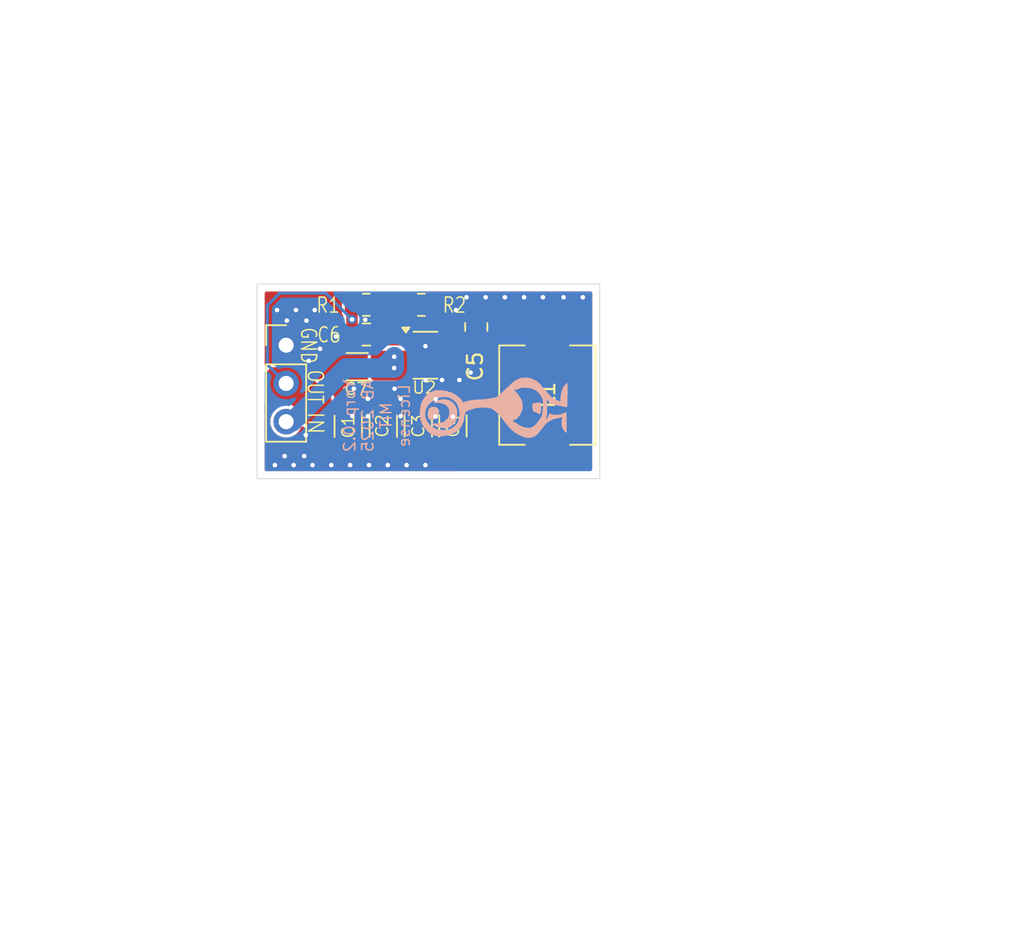
<source format=kicad_pcb>
(kicad_pcb (version 20240108) (generator "pcbnew") (generator_version "8.0")
  (layers (0 "F.Cu" signal) (1 "In1.Cu" power) (2 "In2.Cu" power) (31 "B.Cu" signal) (34 "B.Paste" user) (35 "F.Paste" user) (36 "B.SilkS" user "B.Silkscreen") (37 "F.SilkS" user "F.Silkscreen") (38 "B.Mask" user) (39 "F.Mask" user) (44 "Edge.Cuts" user))
  (net 0 "")
  (net 1 "GND")
  (net 2 "/3.6V")
  (net 3 "Net-(U2-BST)")
  (net 4 "Net-(U2-SW)")
  (net 5 "/5V")
  (net 6 "Net-(U2-FB)")
  (footprint "Capacitor_SMD:C_1206_3216Metric" (layer "F.Cu") (at 79.722037 84.363625 180)
    (property "Reference" "C7" (at 0.075 -1.475 0) (layer "F.SilkS") (effects (font (size 0.8 0.8) (thickness 0.1))))
    (property "Value" "10u")
    (fp_line (start -0.711252 0.91) (end 0.711252 0.91) (stroke (width 0.12)) (layer "F.SilkS"))
    (fp_line (start -0.711252 -0.91) (end 0.711252 -0.91) (stroke (width 0.12)) (layer "F.SilkS"))
    (pad "1" smd roundrect (at -1.475 0 180) (size 1.15 1.8) (layers "F.Cu" "F.Paste" "F.Mask") (roundrect_rratio 0.217391) (net 5 "/5V"))
    (pad "2" smd roundrect (at 1.475 0 180) (size 1.15 1.8) (layers "F.Cu" "F.Paste" "F.Mask") (roundrect_rratio 0.217391) (net 1 "GND"))
  )
  (footprint "Resistor_SMD:R_0805_2012Metric" (layer "F.Cu") (at 80.325 80.25)
    (property "Reference" "R1" (at -2.5375 0.025 0) (layer "F.SilkS") (effects (font (size 1 0.8) (thickness 0.1))))
    (property "Value" "107K")
    (fp_line (start -0.227064 -0.735) (end 0.227064 -0.735) (stroke (width 0.12)) (layer "F.SilkS"))
    (fp_line (start -0.227064 0.735) (end 0.227064 0.735) (stroke (width 0.12)) (layer "F.SilkS"))
    (pad "1" smd roundrect (at -0.9125 0) (size 1.025 1.4) (layers "F.Cu" "F.Paste" "F.Mask") (roundrect_rratio 0.243902) (net 2 "/3.6V"))
    (pad "2" smd roundrect (at 0.9125 0) (size 1.025 1.4) (layers "F.Cu" "F.Paste" "F.Mask") (roundrect_rratio 0.243902) (net 6 "Net-(U2-FB)"))
  )
  (footprint "Capacitor_SMD:C_1206_3216Metric" (layer "F.Cu") (at 81.45 88.325 90)
    (property "Reference" "C2" (at 0.03 -0.07 90) (layer "F.SilkS") (effects (font (size 0.8 0.8) (thickness 0.1))))
    (property "Value" "10u")
    (fp_line (start -0.711252 -0.91) (end 0.711252 -0.91) (stroke (width 0.12)) (layer "F.SilkS"))
    (fp_line (start -0.711252 0.91) (end 0.711252 0.91) (stroke (width 0.12)) (layer "F.SilkS"))
    (pad "1" smd roundrect (at -1.475 0 90) (size 1.15 1.8) (layers "F.Cu" "F.Paste" "F.Mask") (roundrect_rratio 0.217391) (net 2 "/3.6V"))
    (pad "2" smd roundrect (at 1.475 0 90) (size 1.15 1.8) (layers "F.Cu" "F.Paste" "F.Mask") (roundrect_rratio 0.217391) (net 1 "GND"))
  )
  (footprint "Resistor_SMD:R_0805_2012Metric" (layer "F.Cu") (at 83.975 80.25)
    (property "Reference" "R2" (at 2.2 0.025 0) (layer "F.SilkS") (effects (font (size 1 0.8) (thickness 0.1))))
    (property "Value" "30.1K")
    (fp_line (start -0.227064 -0.735) (end 0.227064 -0.735) (stroke (width 0.12)) (layer "F.SilkS"))
    (fp_line (start -0.227064 0.735) (end 0.227064 0.735) (stroke (width 0.12)) (layer "F.SilkS"))
    (pad "1" smd roundrect (at -0.9125 0) (size 1.025 1.4) (layers "F.Cu" "F.Paste" "F.Mask") (roundrect_rratio 0.243902) (net 6 "Net-(U2-FB)"))
    (pad "2" smd roundrect (at 0.9125 0) (size 1.025 1.4) (layers "F.Cu" "F.Paste" "F.Mask") (roundrect_rratio 0.243902) (net 1 "GND"))
  )
  (footprint "Capacitor_SMD:C_1206_3216Metric" (layer "F.Cu") (at 83.775 88.3 90)
    (property "Reference" "C3" (at 0 0 90) (layer "F.SilkS") (effects (font (size 0.8 0.8) (thickness 0.1))))
    (property "Value" "10u")
    (fp_line (start -0.711252 -0.91) (end 0.711252 -0.91) (stroke (width 0.12)) (layer "F.SilkS"))
    (fp_line (start -0.711252 0.91) (end 0.711252 0.91) (stroke (width 0.12)) (layer "F.SilkS"))
    (pad "1" smd roundrect (at -1.475 0 90) (size 1.15 1.8) (layers "F.Cu" "F.Paste" "F.Mask") (roundrect_rratio 0.217391) (net 2 "/3.6V"))
    (pad "2" smd roundrect (at 1.475 0 90) (size 1.15 1.8) (layers "F.Cu" "F.Paste" "F.Mask") (roundrect_rratio 0.217391) (net 1 "GND"))
  )
  (footprint "Capacitor_SMD:C_0805_2012Metric" (layer "F.Cu") (at 87.625 81.725 90)
    (property "Reference" "C5" (at -2.625 -0.075 90) (layer "F.SilkS"))
    (property "Value" "100n")
    (fp_line (start -0.261252 -0.735) (end 0.261252 -0.735) (stroke (width 0.12)) (layer "F.SilkS"))
    (fp_line (start -0.261252 0.735) (end 0.261252 0.735) (stroke (width 0.12)) (layer "F.SilkS"))
    (pad "1" smd roundrect (at -0.95 0 90) (size 1 1.45) (layers "F.Cu" "F.Paste" "F.Mask") (net 4 "Net-(U2-SW)"))
    (pad "2" smd roundrect (at 0.95 0 90) (size 1 1.45) (layers "F.Cu" "F.Paste" "F.Mask") (net 3 "Net-(U2-BST)"))
  )
  (footprint "Connector_PinHeader_2.54mm:PinHeader_1x03_P2.54mm_Vertical" (layer "F.Cu") (at 75 82.935)
    (property "Reference" "J1" (hide yes))
    (property "Value" "LT1085")
    (fp_line (start -1.33 -1.33) (end 0 -1.33) (stroke (width 0.12)) (layer "F.SilkS"))
    (fp_line (start -1.33 0) (end -1.33 -1.33) (stroke (width 0.12)) (layer "F.SilkS"))
    (fp_line (start -1.33 1.27) (end -1.33 6.41) (stroke (width 0.12)) (layer "F.SilkS"))
    (fp_line (start -1.33 1.27) (end 1.33 1.27) (stroke (width 0.12)) (layer "F.SilkS"))
    (fp_line (start -1.33 6.41) (end 1.33 6.41) (stroke (width 0.12)) (layer "F.SilkS"))
    (fp_line (start 1.33 1.27) (end 1.33 6.41) (stroke (width 0.12)) (layer "F.SilkS"))
    (pad "1" thru_hole rect (at 0 0) (size 1.7 1.7) (drill 1) (layers "*.Cu" "*.Mask") (net 1 "GND"))
    (pad "2" thru_hole oval (at 0 2.54) (size 1.7 1.7) (drill 1) (layers "*.Cu" "*.Mask") (net 2 "/3.6V"))
    (pad "3" thru_hole oval (at 0 5.08) (size 1.7 1.7) (drill 1) (layers "*.Cu" "*.Mask") (net 5 "/5V"))
  )
  (footprint "Package_TO_SOT_SMD:TSOT-23-6" (layer "F.Cu") (at 84.25 83.6)
    (property "Reference" "U2" (at -0.075 2.15 0) (layer "F.SilkS") (effects (font (size 0.8 0.8) (thickness 0.1))))
    (property "Value" "AP63301WU")
    (fp_line (start 0 -1.56) (end -0.8 -1.56) (stroke (width 0.12)) (layer "F.SilkS"))
    (fp_line (start 0 -1.56) (end 0.8 -1.56) (stroke (width 0.12)) (layer "F.SilkS"))
    (fp_line (start 0 1.56) (end -0.8 1.56) (stroke (width 0.12)) (layer "F.SilkS"))
    (fp_line (start 0 1.56) (end 0.8 1.56) (stroke (width 0.12)) (layer "F.SilkS"))
    (fp_poly (pts (xy -1.3 -1.51) (xy -1.54 -1.84) (xy -1.06 -1.84) (xy -1.3 -1.51)) (stroke (width 0.12)) (fill solid) (layer "F.SilkS"))
    (pad "1" smd roundrect (at -1.1375 -0.95) (size 1.325 0.6) (layers "F.Cu" "F.Paste" "F.Mask") (net 6 "Net-(U2-FB)"))
    (pad "2" smd roundrect (at -1.1375 0) (size 1.325 0.6) (layers "F.Cu" "F.Paste" "F.Mask") (net 5 "/5V"))
    (pad "3" smd roundrect (at -1.1375 0.95) (size 1.325 0.6) (layers "F.Cu" "F.Paste" "F.Mask") (net 5 "/5V"))
    (pad "4" smd roundrect (at 1.1375 0.95) (size 1.325 0.6) (layers "F.Cu" "F.Paste" "F.Mask") (net 1 "GND"))
    (pad "5" smd roundrect (at 1.1375 0) (size 1.325 0.6) (layers "F.Cu" "F.Paste" "F.Mask") (net 4 "Net-(U2-SW)"))
    (pad "6" smd roundrect (at 1.1375 -0.95) (size 1.325 0.6) (layers "F.Cu" "F.Paste" "F.Mask") (net 3 "Net-(U2-BST)"))
  )
  (footprint "Capacitor_SMD:C_1206_3216Metric" (layer "F.Cu") (at 86.075 88.3 90)
    (property "Reference" "C4" (at 0 0 90) (layer "F.SilkS") (effects (font (size 0.8 0.8) (thickness 0.1))))
    (property "Value" "10u")
    (fp_line (start -0.711252 -0.91) (end 0.711252 -0.91) (stroke (width 0.12)) (layer "F.SilkS"))
    (fp_line (start -0.711252 0.91) (end 0.711252 0.91) (stroke (width 0.12)) (layer "F.SilkS"))
    (pad "1" smd roundrect (at -1.475 0 90) (size 1.15 1.8) (layers "F.Cu" "F.Paste" "F.Mask") (roundrect_rratio 0.217391) (net 2 "/3.6V"))
    (pad "2" smd roundrect (at 1.475 0 90) (size 1.15 1.8) (layers "F.Cu" "F.Paste" "F.Mask") (roundrect_rratio 0.217391) (net 1 "GND"))
  )
  (footprint "Capacitor_SMD:C_1206_3216Metric" (layer "F.Cu") (at 79.125 88.325 90)
    (property "Reference" "C1" (at -0.03 0 90) (layer "F.SilkS") (effects (font (size 0.8 0.8) (thickness 0.1))))
    (property "Value" "10u")
    (fp_line (start -0.711252 -0.91) (end 0.711252 -0.91) (stroke (width 0.12)) (layer "F.SilkS"))
    (fp_line (start -0.711252 0.91) (end 0.711252 0.91) (stroke (width 0.12)) (layer "F.SilkS"))
    (pad "1" smd roundrect (at -1.475 0 90) (size 1.15 1.8) (layers "F.Cu" "F.Paste" "F.Mask") (roundrect_rratio 0.217391) (net 2 "/3.6V"))
    (pad "2" smd roundrect (at 1.475 0 90) (size 1.15 1.8) (layers "F.Cu" "F.Paste" "F.Mask") (roundrect_rratio 0.217391) (net 1 "GND"))
  )
  (footprint "Inductor_SMD:L_6.3x6.3_H3" (layer "F.Cu") (at 92.35 86.25 -90)
    (property "Reference" "L1" (at 0 0 90) (layer "F.SilkS"))
    (property "Value" "4.7u")
    (fp_line (start -3.3 3.2) (end -3.3 1.5) (stroke (width 0.12)) (layer "F.SilkS"))
    (fp_line (start 3.3 3.2) (end -3.3 3.2) (stroke (width 0.12)) (layer "F.SilkS"))
    (fp_line (start 3.3 1.5) (end 3.3 3.2) (stroke (width 0.12)) (layer "F.SilkS"))
    (fp_line (start -3.3 -1.5) (end -3.3 -3.2) (stroke (width 0.12)) (layer "F.SilkS"))
    (fp_line (start -3.3 -3.2) (end 3.3 -3.2) (stroke (width 0.12)) (layer "F.SilkS"))
    (fp_line (start 3.3 -3.2) (end 3.3 -1.5) (stroke (width 0.12)) (layer "F.SilkS"))
    (pad "1" smd rect (at -2.75 0 270) (size 1.5 2.4) (layers "F.Cu" "F.Paste" "F.Mask") (net 4 "Net-(U2-SW)"))
    (pad "2" smd rect (at 2.75 0 270) (size 1.5 2.4) (layers "F.Cu" "F.Paste" "F.Mask") (net 2 "/3.6V"))
  )
  (footprint "Capacitor_SMD:C_0805_2012Metric" (layer "F.Cu") (at 80.325 82.225)
    (property "Reference" "C6" (at -2.475 0.025 0) (layer "F.SilkS") (effects (font (size 1 0.8) (thickness 0.1))))
    (property "Value" "51pF")
    (fp_line (start -0.261252 -0.735) (end 0.261252 -0.735) (stroke (width 0.12)) (layer "F.SilkS"))
    (fp_line (start -0.261252 0.735) (end 0.261252 0.735) (stroke (width 0.12)) (layer "F.SilkS"))
    (pad "1" smd roundrect (at -0.95 0) (size 1 1.45) (layers "F.Cu" "F.Paste" "F.Mask") (net 2 "/3.6V"))
    (pad "2" smd roundrect (at 0.95 0) (size 1 1.45) (layers "F.Cu" "F.Paste" "F.Mask") (net 6 "Net-(U2-FB)"))
  )
  (footprint "yorp:yorp" (layer "B.Cu") (at 88.8 87.2 -90)
    (property "Reference" "G***" (hide yes))
    (property "Value" "LOGO" (hide yes))
    (fp_poly (pts (xy 1.069085 2.574407) (xy 1.062941 2.568263) (xy 1.056797 2.574407) (xy 1.062941 2.580551)) (fill solid) (layer "B.SilkS"))
    (fp_poly (pts (xy -0.753739 0.248839) (xy -0.752116 0.22368) (xy -0.753739 0.218118) (xy -0.758224 0.216574) (xy -0.759937 0.233478) (xy -0.758006 0.250923)) (fill solid) (layer "B.SilkS"))
    (fp_poly (pts (xy -0.150095 -2.546862) (xy -0.11085 -2.549808) (xy -0.083191 -2.554411) (xy -0.073801 -2.559916) (xy -0.062631 -2.564825) (xy -0.033716 -2.567304) (xy -0.001509 -2.567054) (xy 0.058779 -2.570642) (xy 0.101846 -2.58869) (xy 0.131845 -2.623524) (xy 0.143308 -2.648138) (xy 0.172464 -2.720865) (xy 0.201075 -2.787662) (xy 0.226948 -2.843692) (xy 0.247892 -2.884118) (xy 0.256567 -2.898021) (xy 0.276539 -2.93525) (xy 0.294166 -2.983072) (xy 0.305295 -3.029094) (xy 0.30714 -3.048899) (xy 0.295519 -3.065293) (xy 0.262971 -3.081706) (xy 0.213132 -3.097375) (xy 0.149638 -3.111543) (xy 0.076126 -3.123448) (xy -0.003768 -3.132331) (xy -0.086406 -3.137433) (xy -0.120529 -3.138259) (xy -0.245018 -3.131843) (xy -0.35005 -3.115094) (xy -0.400129 -3.103913) (xy -0.440381 -3.094) (xy -0.465267 -3.086768) (xy -0.470467 -3.084374) (xy -0.471554 -3.069289) (xy -0.468865 -3.034382) (xy -0.463076 -2.984003) (xy -0.454863 -2.922498) (xy -0.4449 -2.854217) (xy -0.433863 -2.783507) (xy -0.422428 -2.714718) (xy -0.411271 -2.652198) (xy -0.401066 -2.600295) (xy -0.39249 -2.563358) (xy -0.386981 -2.546969) (xy -0.375535 -2.548064) (xy -0.349401 -2.554473) (xy -0.344216 -2.555934) (xy -0.305097 -2.561386) (xy -0.287424 -2.554853) (xy -0.26959 -2.549567) (xy -0.23624 -2.546581) (xy -0.19415 -2.545733)) (fill solid) (layer "B.SilkS"))
    (fp_poly (pts (xy 0.371296 4.401142) (xy 0.434966 4.393858) (xy 0.483903 4.381931) (xy 0.519537 4.371652) (xy 0.545566 4.367454) (xy 0.552854 4.36843) (xy 0.572773 4.369658) (xy 0.598982 4.360537) (xy 0.620417 4.346126) (xy 0.626705 4.334675) (xy 0.634949 4.314316) (xy 0.64821 4.298371) (xy 0.672475 4.273684) (xy 0.690354 4.252384) (xy 0.697051 4.240387) (xy 0.695978 4.239477) (xy 0.695897 4.229013) (xy 0.701925 4.202527) (xy 0.706464 4.186607) (xy 0.71547 4.148483) (xy 0.713905 4.119367) (xy 0.70383 4.091372) (xy 0.690302 4.054143) (xy 0.682337 4.020556) (xy 0.682065 4.018287) (xy 0.673593 3.992049) (xy 0.654838 3.95493) (xy 0.634342 3.921818) (xy 0.611192 3.884981) (xy 0.595098 3.85434) (xy 0.58984 3.838146) (xy 0.584787 3.825545) (xy 0.580152 3.826211) (xy 0.566668 3.821801) (xy 0.543486 3.803801) (xy 0.530418 3.791243) (xy 0.480439 3.751156) (xy 0.414337 3.713474) (xy 0.340524 3.682055) (xy 0.267412 3.660756) (xy 0.233478 3.655075) (xy 0.164258 3.648038) (xy 0.113577 3.645726) (xy 0.075782 3.648527) (xy 0.045223 3.656826) (xy 0.018432 3.669764) (xy -0.03768 3.708292) (xy -0.088762 3.755838) (xy -0.129761 3.806678) (xy -0.155626 3.855087) (xy -0.160645 3.872702) (xy -0.16821 3.929446) (xy -0.171476 3.993781) (xy -0.170673 4.058904) (xy -0.166034 4.118013) (xy -0.157787 4.164306) (xy -0.150017 4.185401) (xy -0.128266 4.219343) (xy -0.100214 4.255901) (xy -0.070789 4.289488) (xy -0.044917 4.314517) (xy -0.027527 4.3254) (xy -0.02647 4.325496) (xy -0.013039 4.332059) (xy -0.012289 4.335151) (xy -0.002073 4.344405) (xy 0.009216 4.347009) (xy 0.034368 4.350655) (xy 0.077197 4.357934) (xy 0.131271 4.367709) (xy 0.190158 4.378845) (xy 0.196613 4.380096) (xy 0.234298 4.388407) (xy 0.258055 4.394407) (xy 0.308626 4.401529)) (fill solid) (layer "B.SilkS"))
    (fp_poly (pts (xy 0.879305 4.202781) (xy 0.88476 4.196468) (xy 0.904247 4.180926) (xy 0.914255 4.178036) (xy 0.93154 4.169359) (xy 0.952695 4.149784) (xy 0.968159 4.128994) (xy 0.970779 4.120791) (xy 0.97776 4.108732) (xy 0.995371 4.0842) (xy 1.018611 4.053686) (xy 1.042478 4.023685) (xy 1.061972 4.000688) (xy 1.068669 3.993701) (xy 1.079435 3.977974) (xy 1.098498 3.944641) (xy 1.123376 3.898186) (xy 1.146904 3.852395) (xy 1.163444 3.806089) (xy 1.170147 3.758758) (xy 1.170091 3.754159) (xy 1.173297 3.709716) (xy 1.183299 3.662078) (xy 1.186164 3.652916) (xy 1.199199 3.608133) (xy 1.211364 3.556189) (xy 1.215232 3.536105) (xy 1.223516 3.49267) (xy 1.231856 3.454641) (xy 1.23545 3.440735) (xy 1.239518 3.416036) (xy 1.243571 3.373353) (xy 1.247069 3.319274) (xy 1.249007 3.275112) (xy 1.250613 3.213041) (xy 1.249608 3.167328) (xy 1.244881 3.129799) (xy 1.235322 3.092279) (xy 1.219822 3.046597) (xy 1.216863 3.038388) (xy 1.188922 2.967008) (xy 1.162586 2.910889) (xy 1.139569 2.873498) (xy 1.130162 2.863183) (xy 1.12016 2.849696) (xy 1.103034 2.822682) (xy 1.094177 2.807886) (xy 1.032756 2.725487) (xy 0.947216 2.646213) (xy 0.837434 2.569957) (xy 0.791637 2.543044) (xy 0.746905 2.520678) (xy 0.691287 2.496834) (xy 0.633671 2.474955) (xy 0.582944 2.458482) (xy 0.556738 2.45209) (xy 0.528799 2.448671) (xy 0.48496 2.44524) (xy 0.430298 2.44199) (xy 0.36989 2.439113) (xy 0.308815 2.436802) (xy 0.25215 2.435251) (xy 0.204973 2.434653) (xy 0.172361 2.4352) (xy 0.159464 2.436988) (xy 0.144789 2.440861) (xy 0.112581 2.444316) (xy 0.070846 2.446562) (xy -0.014819 2.457629) (xy -0.103545 2.486172) (xy -0.198495 2.53348) (xy -0.295747 2.595859) (xy -0.378049 2.657783) (xy -0.44686 2.71843) (xy -0.500164 2.775573) (xy -0.535949 2.826983) (xy -0.552198 2.870433) (xy -0.552976 2.88038) (xy -0.562619 2.90203) (xy -0.571408 2.907893) (xy -0.587751 2.924044) (xy -0.589841 2.933299) (xy -0.594678 2.956653) (xy -0.606412 2.98834) (xy -0.60731 2.990354) (xy -0.636717 3.072321) (xy -0.65937 3.169455) (xy -0.67358 3.272874) (xy -0.67776 3.360861) (xy -0.672395 3.437391) (xy -0.657579 3.526108) (xy -0.635222 3.620288) (xy -0.607234 3.713205) (xy -0.575524 3.798136) (xy -0.542002 3.868354) (xy -0.526366 3.894061) (xy -0.495683 3.936343) (xy -0.46474 3.973339) (xy -0.437431 4.000971) (xy -0.417651 4.015165) (xy -0.410612 4.015192) (xy -0.411075 4.002424) (xy -0.415101 3.970831) (xy -0.421953 3.925786) (xy -0.42737 3.893028) (xy -0.435579 3.841999) (xy -0.440226 3.801254) (xy -0.441251 3.76349) (xy -0.438594 3.721407) (xy -0.432194 3.667704) (xy -0.425091 3.616736) (xy -0.415912 3.556581) (xy -0.406921 3.505011) (xy -0.399075 3.467051) (xy -0.39333 3.447724) (xy -0.392741 3.446783) (xy -0.381705 3.426366) (xy -0.369198 3.394415) (xy -0.358044 3.359653) (xy -0.351065 3.330802) (xy -0.350746 3.316998) (xy -0.347157 3.303216) (xy -0.337794 3.293163) (xy -0.322144 3.26994) (xy -0.319497 3.25681) (xy -0.309919 3.23148) (xy -0.287722 3.207579) (xy -0.262714 3.195206) (xy -0.259435 3.194968) (xy -0.250279 3.187565) (xy -0.252168 3.182264) (xy -0.248188 3.167734) (xy -0.230219 3.142654) (xy -0.203237 3.112104) (xy -0.172216 3.081169) (xy -0.142131 3.054929) (xy -0.117958 3.038468) (xy -0.108401 3.035399) (xy -0.082641 3.027007) (xy -0.070382 3.017828) (xy -0.048387 3.005856) (xy -0.012417 2.995306) (xy 0.007298 2.991701) (xy 0.045863 2.984111) (xy 0.075308 2.974762) (xy 0.083467 2.970291) (xy 0.103492 2.964702) (xy 0.112464 2.970732) (xy 0.133933 2.97764) (xy 0.161353 2.971377) (xy 0.194691 2.965226) (xy 0.214517 2.973339) (xy 0.237716 2.981292) (xy 0.256049 2.974852) (xy 0.282209 2.968691) (xy 0.32043 2.97442) (xy 0.337902 2.9793) (xy 0.374816 2.98835) (xy 0.403204 2.991666) (xy 0.411267 2.990661) (xy 0.428332 2.994828) (xy 0.434185 3.003586) (xy 0.449109 3.016539) (xy 0.459104 3.015743) (xy 0.479172 3.016833) (xy 0.484872 3.022094) (xy 0.502556 3.032869) (xy 0.518583 3.03522) (xy 0.542657 3.04371) (xy 0.578431 3.066636) (xy 0.621775 3.100177) (xy 0.668559 3.140516) (xy 0.714653 3.183833) (xy 0.755924 3.226309) (xy 0.788245 3.264127) (xy 0.807483 3.293466) (xy 0.81103 3.305609) (xy 0.81518 3.330422) (xy 0.825916 3.368595) (xy 0.837034 3.401105) (xy 0.878977 3.520263) (xy 0.909772 3.622142) (xy 0.930153 3.71098) (xy 0.940853 3.791013) (xy 0.942606 3.866477) (xy 0.936145 3.941609) (xy 0.933606 3.959086) (xy 0.921243 4.019696) (xy 0.90367 4.082797) (xy 0.884552 4.135339) (xy 0.883335 4.138099) (xy 0.865791 4.18152) (xy 0.859296 4.207768) (xy 0.863813 4.215353)) (fill solid) (layer "B.SilkS"))
    (fp_poly (pts (xy 0.468817 4.91615) (xy 0.637936 4.889177) (xy 0.800781 4.843127) (xy 0.961382 4.777081) (xy 1.123773 4.690122) (xy 1.144008 4.677973) (xy 1.180273 4.65269) (xy 1.227741 4.61488) (xy 1.282686 4.568011) (xy 1.341384 4.515553) (xy 1.40011 4.460974) (xy 1.45514 4.407743) (xy 1.502748 4.359329) (xy 1.53921 4.319202) (xy 1.560801 4.290829) (xy 1.562077 4.288631) (xy 1.583803 4.250987) (xy 1.605113 4.216397) (xy 1.607047 4.213429) (xy 1.659966 4.128694) (xy 1.700662 4.052014) (xy 1.73082 3.977666) (xy 1.752127 3.899927) (xy 1.766267 3.813076) (xy 1.774926 3.71139) (xy 1.778531 3.631205) (xy 1.77846 3.454676) (xy 1.764894 3.291292) (xy 1.736773 3.132998) (xy 1.693034 2.971739) (xy 1.690689 2.964307) (xy 1.635035 2.803401) (xy 1.576898 2.664746) (xy 1.515029 2.546048) (xy 1.448181 2.445013) (xy 1.375106 2.359347) (xy 1.346372 2.331208) (xy 1.306516 2.297718) (xy 1.253717 2.258364) (xy 1.194556 2.217551) (xy 1.13561 2.179682) (xy 1.083458 2.149163) (xy 1.049027 2.13214) (xy 1.014271 2.11541) (xy 0.987303 2.09868) (xy 0.983517 2.095569) (xy 0.965524 2.081631) (xy 0.95849 2.078469) (xy 0.940588 2.073492) (xy 0.900822 2.058734) (xy 0.839779 2.034414) (xy 0.825642 2.028656) (xy 0.792139 2.01821) (xy 0.740642 2.006049) (xy 0.677544 1.993522) (xy 0.609236 1.981977) (xy 0.592164 1.979412) (xy 0.526074 1.968852) (xy 0.466034 1.95761) (xy 0.417574 1.946839) (xy 0.386225 1.937691) (xy 0.3808 1.935342) (xy 0.34554 1.923658) (xy 0.30183 1.917344) (xy 0.290243 1.916981) (xy 0.258199 1.914957) (xy 0.232119 1.906271) (xy 0.204058 1.887006) (xy 0.171871 1.858611) (xy 0.143779 1.83083) (xy 0.120707 1.802344) (xy 0.100728 1.769045) (xy 0.081918 1.726821) (xy 0.06235 1.671563) (xy 0.0401 1.599161) (xy 0.023637 1.542187) (xy 0.005565 1.48143) (xy -0.013657 1.421116) (xy -0.031014 1.370546) (xy -0.038092 1.351717) (xy -0.057466 1.291421) (xy -0.075963 1.21335) (xy -0.092414 1.124305) (xy -0.105653 1.031085) (xy -0.114511 0.940492) (xy -0.117213 0.890905) (xy -0.119381 0.836756) (xy -0.121743 0.790733) (xy -0.123952 0.759128) (xy -0.125079 0.749589) (xy -0.127158 0.718984) (xy -0.125955 0.670577) (xy -0.122024 0.609313) (xy -0.115919 0.54014) (xy -0.108194 0.468002) (xy -0.099404 0.397848) (xy -0.090103 0.334621) (xy -0.080845 0.28327) (xy -0.072186 0.248739) (xy -0.06781 0.238602) (xy -0.053966 0.207817) (xy -0.044927 0.17272) (xy -0.032439 0.135196) (xy -0.013145 0.105362) (xy 0.005071 0.082541) (xy 0.012421 0.066794) (xy 0.021135 0.044262) (xy 0.045458 0.007496) (xy 0.083163 -0.040832) (xy 0.132026 -0.098046) (xy 0.189818 -0.161473) (xy 0.254315 -0.228439) (xy 0.277751 -0.251911) (xy 0.396564 -0.363255) (xy 0.533478 -0.479248) (xy 0.682602 -0.595688) (xy 0.763962 -0.657712) (xy 0.851506 -0.725514) (xy 0.939168 -0.794326) (xy 1.020883 -0.859377) (xy 1.090586 -0.915898) (xy 1.10694 -0.929393) (xy 1.168526 -0.981203) (xy 1.221713 -1.028025) (xy 1.270253 -1.073714) (xy 1.317894 -1.122122) (xy 1.368389 -1.177104) (xy 1.425489 -1.242514) (xy 1.492942 -1.322207) (xy 1.515714 -1.349422) (xy 1.551404 -1.397898) (xy 1.593746 -1.46485) (xy 1.640317 -1.545913) (xy 1.688693 -1.636724) (xy 1.736451 -1.732918) (xy 1.775206 -1.816684) (xy 1.836973 -1.978283) (xy 1.875673 -2.134039) (xy 1.891313 -2.283457) (xy 1.883902 -2.426041) (xy 1.853446 -2.561294) (xy 1.799954 -2.68872) (xy 1.760738 -2.755257) (xy 1.723794 -2.804873) (xy 1.675442 -2.860164) (xy 1.620914 -2.916026) (xy 1.565441 -2.967355) (xy 1.514255 -3.009048) (xy 1.47332 -3.035627) (xy 1.443027 -3.056511) (xy 1.405475 -3.0897) (xy 1.368585 -3.128168) (xy 1.36717 -3.129791) (xy 1.314551 -3.18177) (xy 1.243257 -3.237282) (xy 1.163763 -3.290201) (xy 1.084667 -3.343066) (xy 1.017142 -3.396035) (xy 0.957375 -3.453336) (xy 0.901554 -3.519196) (xy 0.845866 -3.597843) (xy 0.786499 -3.693505) (xy 0.761681 -3.736067) (xy 0.712768 -3.824295) (xy 0.675586 -3.900454) (xy 0.647312 -3.972281) (xy 0.625124 -4.047509) (xy 0.606199 -4.133875) (xy 0.595916 -4.190324) (xy 0.58268 -4.257643) (xy 0.565782 -4.331143) (xy 0.548417 -4.397131) (xy 0.544719 -4.409721) (xy 0.528663 -4.468421) (xy 0.523011 -4.506968) (xy 0.528555 -4.527831) (xy 0.546089 -4.533476) (xy 0.576404 -4.526371) (xy 0.581601 -4.52454) (xy 0.63993 -4.509325) (xy 0.716432 -4.498164) (xy 0.804956 -4.491587) (xy 0.899353 -4.490124) (xy 0.95849 -4.492037) (xy 1.04111 -4.497424) (xy 1.105062 -4.50471) (xy 1.156251 -4.515267) (xy 1.200582 -4.530472) (xy 1.243959 -4.551696) (xy 1.264012 -4.563149) (xy 1.308268 -4.589244) (xy 1.351616 -4.614828) (xy 1.374212 -4.628178) (xy 1.403651 -4.649098) (xy 1.439775 -4.679741) (xy 1.477941 -4.71548) (xy 1.513509 -4.751689) (xy 1.541835 -4.783741) (xy 1.55828 -4.80701) (xy 1.560596 -4.813958) (xy 1.550555 -4.823316) (xy 1.51925 -4.828856) (xy 1.477673 -4.830773) (xy 1.433793 -4.830993) (xy 1.399435 -4.830156) (xy 1.382438 -4.828508) (xy 1.375617 -4.827439) (xy 1.361548 -4.826673) (xy 1.337724 -4.826207) (xy 1.301638 -4.826041) (xy 1.250782 -4.826173) (xy 1.182649 -4.8266) (xy 1.094731 -4.82732) (xy 0.995355 -4.828231) (xy 0.966494 -4.828182) (xy 0.917668 -4.827747) (xy 0.853484 -4.826982) (xy 0.778549 -4.825943) (xy 0.69747 -4.824685) (xy 0.675859 -4.824328) (xy 0.589399 -4.822899) (xy 0.503619 -4.821513) (xy 0.424297 -4.820264) (xy 0.357209 -4.81924) (xy 0.308131 -4.818533) (xy 0.30316 -4.818466) (xy 0.194661 -4.81703) (xy 0.203623 -4.777093) (xy 0.21096 -4.741198) (xy 0.215715 -4.712579) (xy 0.223626 -4.684488) (xy 0.238281 -4.651311) (xy 0.238373 -4.651137) (xy 0.252048 -4.618951) (xy 0.257973 -4.592383) (xy 0.257979 -4.59189) (xy 0.26635 -4.564787) (xy 0.276163 -4.5514) (xy 0.284345 -4.54178) (xy 0.291569 -4.528364) (xy 0.299059 -4.507104) (xy 0.308042 -4.473953) (xy 0.319742 -4.424864) (xy 0.335365 -4.355885) (xy 0.342395 -4.31204) (xy 0.347589 -4.254784) (xy 0.350937 -4.189186) (xy 0.352432 -4.120318) (xy 0.352064 -4.053247) (xy 0.349824 -3.993043) (xy 0.345703 -3.944777) (xy 0.339694 -3.913518) (xy 0.336146 -3.906058) (xy 0.327775 -3.886813) (xy 0.317042 -3.850125) (xy 0.305842 -3.802755) (xy 0.302145 -3.784809) (xy 0.292413 -3.73444) (xy 0.287737 -3.70247) (xy 0.288381 -3.683195) (xy 0.294609 -3.67091) (xy 0.306686 -3.659909) (xy 0.307986 -3.658854) (xy 0.335595 -3.642624) (xy 0.356469 -3.637349) (xy 0.379631 -3.631481) (xy 0.413596 -3.616579) (xy 0.431909 -3.606776) (xy 0.466821 -3.588862) (xy 0.495287 -3.577782) (xy 0.504434 -3.576055) (xy 0.529621 -3.568534) (xy 0.562997 -3.550019) (xy 0.596431 -3.526157) (xy 0.621792 -3.502593) (xy 0.630652 -3.488413) (xy 0.632905 -3.468223) (xy 0.623284 -3.46081) (xy 0.598216 -3.465604) (xy 0.564539 -3.477886) (xy 0.523581 -3.490565) (xy 0.468611 -3.50305) (xy 0.410105 -3.51303) (xy 0.397682 -3.514675) (xy 0.348919 -3.518805) (xy 0.280114 -3.521952) (xy 0.195781 -3.524134) (xy 0.100435 -3.525369) (xy -0.00141 -3.525675) (xy -0.105241 -3.525071) (xy -0.206541 -3.523574) (xy -0.300798 -3.521202) (xy -0.383496 -3.517974) (xy -0.450122 -3.513907) (xy -0.479655 -3.511167) (xy -0.533569 -3.505563) (xy -0.56843 -3.50358) (xy -0.589547 -3.505622) (xy -0.602234 -3.512094) (xy -0.610146 -3.521093) (xy -0.625072 -3.547572) (xy -0.620369 -3.56095) (xy -0.604428 -3.563619) (xy -0.582022 -3.57203) (xy -0.554476 -3.592873) (xy -0.548084 -3.599177) (xy -0.519116 -3.623348) (xy -0.477306 -3.651171) (xy -0.436436 -3.674113) (xy -0.358855 -3.713491) (xy -0.352624 -3.807519) (xy -0.34648 -3.868097) (xy -0.336652 -3.932624) (xy -0.326573 -3.981422) (xy -0.315083 -4.030323) (xy -0.305365 -4.076229) (xy -0.300395 -4.103854) (xy -0.29363 -4.134185) (xy -0.285485 -4.152138) (xy -0.284503 -4.153007) (xy -0.276894 -4.168052) (xy -0.267626 -4.199143) (xy -0.258552 -4.238001) (xy -0.251527 -4.276345) (xy -0.248403 -4.305899) (xy -0.248637 -4.313208) (xy -0.247017 -4.34544) (xy -0.237777 -4.395065) (xy -0.222101 -4.456533) (xy -0.207921 -4.503677) (xy -0.191805 -4.563211) (xy -0.178552 -4.629371) (xy -0.168732 -4.696695) (xy -0.162915 -4.75972) (xy -0.16167 -4.812984) (xy -0.165566 -4.851027) (xy -0.170353 -4.86388) (xy -0.189049 -4.875328) (xy -0.216246 -4.879107) (xy -0.251832 -4.878239) (xy -0.276488 -4.877677) (xy -0.297534 -4.877513) (xy -0.337752 -4.877436) (xy -0.391735 -4.87745) (xy -0.454077 -4.877555) (xy -0.466957 -4.877588) (xy -0.538698 -4.87738) (xy -0.611298 -4.87649) (xy -0.676269 -4.875062) (xy -0.725012 -4.873244) (xy -0.778294 -4.872254) (xy -0.82915 -4.874266) (xy -0.866328 -4.878805) (xy -0.891909 -4.883133) (xy -0.924681 -4.886534) (xy -0.967373 -4.889085) (xy -1.022715 -4.890863) (xy -1.093437 -4.891947) (xy -1.182269 -4.892413) (xy -1.291942 -4.892339) (xy -1.338009 -4.892191) (xy -1.410296 -4.892239) (xy -1.474083 -4.892882) (xy -1.525308 -4.89403) (xy -1.559909 -4.895595) (xy -1.57371 -4.8974) (xy -1.587978 -4.89487) (xy -1.591216 -4.89096) (xy -1.606531 -4.884726) (xy -1.639393 -4.88025) (xy -1.68279 -4.878473) (xy -1.684228 -4.878471) (xy -1.726425 -4.877148) (xy -1.756921 -4.873668) (xy -1.769475 -4.868767) (xy -1.769521 -4.868434) (xy -1.761213 -4.854923) (xy -1.738992 -4.828779) (xy -1.706915 -4.794134) (xy -1.66904 -4.755123) (xy -1.629423 -4.715878) (xy -1.592122 -4.680531) (xy -1.561193 -4.653218) (xy -1.548331 -4.64309) (xy -1.511984 -4.618218) (xy -1.474748 -4.596866) (xy -1.431238 -4.576575) (xy -1.376072 -4.55489) (xy -1.303864 -4.529351) (xy -1.285263 -4.523008) (xy -1.11571 -4.470921) (xy -0.961137 -4.435148) (xy -0.818649 -4.415138) (xy -0.694782 -4.410184) (xy -0.642812 -4.411529) (xy -0.598479 -4.413992) (xy -0.56884 -4.417132) (xy -0.562682 -4.418478) (xy -0.545044 -4.416436) (xy -0.541305 -4.395624) (xy -0.551348 -4.357466) (xy -0.571408 -4.310848) (xy -0.588278 -4.272979) (xy -0.599436 -4.242374) (xy -0.602129 -4.229635) (xy -0.607419 -4.208619) (xy -0.620757 -4.176127) (xy -0.627948 -4.161277) (xy -0.655012 -4.10763) (xy -0.672643 -4.071476) (xy -0.682764 -4.048509) (xy -0.687299 -4.034428) (xy -0.6882 -4.026508) (xy -0.694358 -4.008034) (xy -0.709597 -3.980688) (xy -0.729191 -3.951326) (xy -0.748417 -3.926801) (xy -0.76255 -3.913969) (xy -0.765905 -3.913768) (xy -0.769637 -3.913923) (xy -0.768586 -3.912353) (xy -0.771573 -3.896539) (xy -0.791198 -3.867173) (xy -0.825245 -3.826461) (xy -0.871493 -3.776613) (xy -0.927725 -3.719837) (xy -0.991722 -3.658341) (xy -1.061266 -3.594333) (xy -1.134139 -3.530021) (xy -1.208121 -3.467615) (xy -1.247267 -3.435872) (xy -1.300821 -3.392386) (xy -1.35137 -3.350052) (xy -1.393772 -3.313263) (xy -1.42288 -3.286412) (xy -1.426332 -3.282951) (xy -1.459993 -3.251843) (xy -1.503916 -3.215641) (xy -1.543072 -3.186206) (xy -1.682123 -3.072504) (xy -1.803888 -2.941358) (xy -1.908319 -2.79284) (xy -1.995368 -2.627022) (xy -2.064987 -2.443977) (xy -2.091357 -2.353217) (xy -2.101339 -2.311961) (xy -2.108303 -2.27248) (xy -2.112672 -2.229224) (xy -2.114868 -2.176644) (xy -2.115313 -2.109189) (xy -2.114759 -2.046009) (xy -2.113852 -1.990688) (xy -1.440577 -1.990688) (xy -1.440318 -2.027576) (xy -1.438783 -2.096886) (xy -1.436266 -2.164696) (xy -1.433112 -2.223447) (xy -1.429661 -2.26558) (xy -1.429477 -2.267199) (xy -1.425299 -2.308974) (xy -1.423246 -2.341596) (xy -1.423511 -2.355363) (xy -1.4172 -2.374534) (xy -1.413485 -2.377593) (xy -1.403359 -2.39488) (xy -1.400871 -2.412592) (xy -1.396017 -2.439104) (xy -1.382925 -2.481969) (xy -1.363801 -2.535296) (xy -1.340853 -2.59319) (xy -1.316286 -2.649759) (xy -1.29702 -2.689963) (xy -1.279642 -2.727417) (xy -1.268269 -2.75799) (xy -1.265699 -2.770449) (xy -1.25685 -2.787701) (xy -1.232597 -2.8175) (xy -1.196379 -2.856616) (xy -1.151638 -2.901822) (xy -1.101814 -2.949888) (xy -1.050347 -2.997584) (xy -1.000678 -3.041683) (xy -0.956247 -3.078954) (xy -0.920494 -3.106169) (xy -0.89686 -3.120098) (xy -0.891948 -3.121239) (xy -0.878702 -3.127218) (xy -0.851078 -3.142776) (xy -0.820557 -3.161176) (xy -0.752967 -3.196044) (xy -0.676496 -3.221357) (xy -0.586502 -3.23822) (xy -0.478345 -3.247735) (xy -0.451406 -3.248962) (xy -0.405638 -3.251346) (xy -0.370387 -3.254297) (xy -0.351983 -3.257256) (xy -0.350827 -3.257849) (xy -0.335685 -3.260768) (xy -0.301777 -3.261985) (xy -0.254839 -3.261732) (xy -0.200606 -3.260244) (xy -0.144814 -3.257753) (xy -0.093197 -3.254492) (xy -0.051491 -3.250697) (xy -0.025431 -3.246599) (xy -0.019921 -3.244382) (xy -0.000844 -3.236838) (xy 0.032753 -3.232364) (xy 0.049658 -3.231834) (xy 0.099099 -3.227897) (xy 0.151191 -3.218113) (xy 0.16329 -3.214799) (xy 0.197515 -3.206028) (xy 0.220893 -3.20288) (xy 0.226093 -3.203968) (xy 0.242945 -3.207456) (xy 0.282397 -3.208011) (xy 0.342647 -3.205619) (xy 0.356362 -3.204827) (xy 0.379412 -3.197385) (xy 0.405515 -3.182616) (xy 0.438851 -3.164172) (xy 0.478293 -3.147901) (xy 0.481127 -3.146961) (xy 0.520264 -3.129519) (xy 0.554412 -3.106907) (xy 0.556232 -3.105318) (xy 0.575627 -3.08854) (xy 0.59537 -3.073491) (xy 0.620775 -3.056633) (xy 0.657151 -3.034433) (xy 0.706579 -3.00525) (xy 0.751817 -2.975192) (xy 0.803989 -2.935283) (xy 0.852958 -2.893352) (xy 0.860184 -2.886634) (xy 0.899625 -2.85026) (xy 0.935449 -2.818696) (xy 0.961692 -2.797148) (xy 0.967601 -2.792875) (xy 0.985213 -2.775302) (xy 0.987207 -2.761634) (xy 0.986949 -2.754368) (xy 0.991589 -2.756405) (xy 1.004542 -2.751823) (xy 1.025303 -2.734195) (xy 1.047377 -2.710458) (xy 1.064266 -2.687553) (xy 1.069625 -2.673062) (xy 1.076989 -2.660865) (xy 1.096573 -2.640002) (xy 1.101124 -2.635704) (xy 1.122355 -2.610425) (xy 1.145007 -2.575016) (xy 1.165614 -2.536271) (xy 1.180716 -2.500987) (xy 1.186848 -2.475958) (xy 1.185699 -2.469754) (xy 1.187804 -2.453801) (xy 1.195513 -2.443298) (xy 1.210239 -2.41737) (xy 1.213578 -2.402371) (xy 1.21573 -2.377891) (xy 1.219404 -2.337835) (xy 1.223577 -2.293277) (xy 1.226917 -2.247995) (xy 1.225972 -2.223556) (xy 1.220428 -2.216547) (xy 1.216597 -2.218014) (xy 1.20695 -2.219057) (xy 1.209913 -2.201152) (xy 1.211658 -2.180042) (xy 1.20474 -2.175036) (xy 1.196883 -2.163642) (xy 1.197483 -2.130117) (xy 1.198618 -2.120916) (xy 1.199422 -2.070845) (xy 1.184292 -2.024513) (xy 1.181057 -2.017987) (xy 1.167622 -1.987035) (xy 1.162688 -1.965707) (xy 1.163841 -1.961493) (xy 1.16499 -1.945948) (xy 1.158184 -1.926179) (xy 1.13519 -1.876941) (xy 1.110282 -1.821094) (xy 1.087411 -1.767702) (xy 1.070525 -1.725825) (xy 1.068484 -1.720368) (xy 1.051068 -1.684783) (xy 1.025028 -1.643881) (xy 1.011736 -1.626137) (xy 0.988784 -1.595961) (xy 0.973922 -1.573594) (xy 0.970779 -1.566401) (xy 0.963464 -1.553209) (xy 0.944424 -1.527385) (xy 0.921625 -1.499178) (xy 0.895777 -1.466251) (xy 0.877973 -1.439643) (xy 0.872472 -1.426814) (xy 0.86571 -1.413782) (xy 0.862839 -1.413159) (xy 0.856394 -1.402412) (xy 0.853619 -1.376237) (xy 0.853623 -1.373222) (xy 0.843999 -1.331145) (xy 0.819823 -1.299492) (xy 0.791718 -1.274506) (xy 0.772712 -1.267285) (xy 0.756495 -1.276447) (xy 0.749589 -1.284132) (xy 0.725543 -1.299085) (xy 0.706389 -1.302564) (xy 0.682925 -1.309623) (xy 0.669806 -1.325494) (xy 0.672306 -1.342214) (xy 0.677307 -1.346469) (xy 0.687447 -1.3658) (xy 0.685348 -1.398292) (xy 0.673008 -1.437069) (xy 0.652422 -1.475257) (xy 0.63297 -1.499178) (xy 0.602084 -1.530152) (xy 0.562489 -1.569946) (xy 0.522928 -1.609773) (xy 0.461749 -1.668048) (xy 0.409441 -1.710986) (xy 0.368013 -1.737087) (xy 0.341605 -1.744944) (xy 0.313057 -1.751066) (xy 0.277479 -1.766243) (xy 0.243882 -1.785695) (xy 0.221278 -1.80464) (xy 0.217392 -1.810848) (xy 0.201613 -1.825301) (xy 0.17247 -1.836416) (xy 0.169795 -1.836999) (xy 0.137103 -1.84601) (xy 0.092112 -1.861262) (xy 0.049153 -1.877643) (xy 0.01303 -1.891254) (xy -0.020003 -1.900513) (xy -0.056264 -1.9063) (xy -0.102073 -1.909493) (xy -0.163749 -1.910973) (xy -0.192457 -1.911267) (xy -0.3389 -1.90623) (xy -0.467537 -1.887973) (xy -0.581801 -1.855648) (xy -0.685123 -1.808407) (xy -0.737301 -1.776578) (xy -0.764943 -1.758387) (xy -0.807208 -1.730833) (xy -0.858047 -1.697848) (xy -0.904784 -1.667642) (xy -0.955702 -1.634126) (xy -1.000731 -1.603259) (xy -1.034793 -1.578597) (xy -1.052244 -1.564286) (xy -1.077394 -1.542632) (xy -1.11122 -1.517586) (xy -1.120145 -1.511546) (xy -1.153762 -1.484451) (xy -1.180786 -1.454491) (xy -1.185121 -1.447907) (xy -1.20709 -1.414959) (xy -1.234047 -1.379683) (xy -1.236971 -1.376168) (xy -1.258067 -1.352717) (xy -1.271776 -1.346151) (xy -1.286129 -1.354218) (xy -1.293159 -1.360414) (xy -1.306481 -1.375876) (xy -1.312516 -1.395824) (xy -1.312499 -1.427646) (xy -1.30969 -1.459532) (xy -1.306444 -1.499406) (xy -1.307959 -1.528968) (xy -1.316444 -1.556803) (xy -1.334109 -1.591497) (xy -1.351375 -1.621474) (xy -1.387084 -1.688676) (xy -1.412492 -1.752961) (xy -1.428966 -1.820566) (xy -1.437872 -1.897729) (xy -1.440577 -1.990688) (xy -2.113852 -1.990688) (xy -2.113459 -1.96672) (xy -2.111401 -1.906648) (xy -2.107969 -1.860436) (xy -2.102549 -1.822724) (xy -2.094526 -1.788155) (xy -2.083285 -1.75137) (xy -2.079736 -1.740713) (xy -2.0413 -1.645599) (xy -1.987639 -1.540165) (xy -1.922296 -1.429955) (xy -1.848818 -1.320514) (xy -1.770747 -1.217389) (xy -1.691628 -1.126124) (xy -1.677359 -1.111188) (xy -1.639283 -1.071881) (xy -1.588313 -1.019087) (xy -1.528553 -0.957066) (xy -1.464108 -0.890079) (xy -1.399082 -0.822388) (xy -1.376294 -0.798639) (xy -1.311256 -0.730891) (xy -1.244566 -0.661521) (xy -1.180534 -0.595004) (xy -1.123467 -0.535813) (xy -1.077674 -0.488423) (xy -1.065798 -0.476166) (xy -1.02388 -0.431325) (xy -0.988372 -0.390303) (xy -0.962908 -0.357512) (xy -0.951122 -0.337363) (xy -0.950961 -0.336785) (xy -0.935622 -0.309258) (xy -0.913162 -0.288386) (xy -0.88989 -0.265136) (xy -0.866289 -0.229423) (xy -0.857307 -0.211405) (xy -0.839284 -0.174738) (xy -0.822027 -0.14608) (xy -0.815334 -0.13772) (xy -0.804312 -0.119071) (xy -0.805109 -0.110235) (xy -0.806358 -0.091793) (xy -0.80126 -0.0571) (xy -0.79133 -0.013192) (xy -0.778085 0.032896) (xy -0.768129 0.061442) (xy -0.759723 0.091052) (xy -0.749599 0.138097) (xy -0.739148 0.195634) (xy -0.731306 0.245767) (xy -0.721723 0.310415) (xy -0.711893 0.373923) (xy -0.703148 0.427814) (xy -0.698176 0.456432) (xy -0.691614 0.507562) (xy -0.689196 0.559751) (xy -0.689966 0.582388) (xy -0.691099 0.615748) (xy -0.688859 0.636084) (xy -0.686607 0.638994) (xy -0.680873 0.651144) (xy -0.675374 0.687041) (xy -0.670167 0.745858) (xy -0.665314 0.826766) (xy -0.660872 0.928936) (xy -0.656902 1.051541) (xy -0.656755 1.056797) (xy -0.654119 1.13411) (xy -0.650762 1.205658) (xy -0.646975 1.266774) (xy -0.643048 1.312787) (xy -0.639271 1.339026) (xy -0.639171 1.339429) (xy -0.630628 1.380237) (xy -0.623214 1.427304) (xy -0.621931 1.437736) (xy -0.616262 1.477283) (xy -0.607172 1.530117) (xy -0.596517 1.585519) (xy -0.595323 1.59134) (xy -0.584192 1.645226) (xy -0.573599 1.696544) (xy -0.565625 1.735205) (xy -0.564884 1.7388) (xy -0.556714 1.773058) (xy -0.543628 1.822151) (xy -0.527963 1.877433) (xy -0.521735 1.898549) (xy -0.502654 1.962077) (xy -0.490424 2.00635) (xy -0.48568 2.035893) (xy -0.489055 2.055228) (xy -0.501185 2.068879) (xy -0.522704 2.081368) (xy -0.549242 2.094647) (xy -0.593685 2.122358) (xy -0.647608 2.163449) (xy -0.704791 2.212395) (xy -0.759011 2.26367) (xy -0.804048 2.311749) (xy -0.827858 2.342097) (xy -0.846631 2.368363) (xy -0.875609 2.407755) (xy -0.910066 2.453883) (xy -0.930406 2.480817) (xy -0.986828 2.561019) (xy -1.035993 2.644587) (xy -1.080806 2.737311) (xy -1.124171 2.844983) (xy -1.151833 2.922457) (xy -1.209755 3.11356) (xy -1.249139 3.298763) (xy -1.250964 3.31415) (xy -0.819547 3.31415) (xy -0.815733 3.226494) (xy -0.809056 3.171059) (xy -0.801319 3.115714) (xy -0.795468 3.060548) (xy -0.792806 3.018326) (xy -0.787485 2.971918) (xy -0.771091 2.936641) (xy -0.75802 2.920019) (xy -0.731925 2.887054) (xy -0.710835 2.855461) (xy -0.708291 2.850895) (xy -0.691229 2.819569) (xy -0.670262 2.782119) (xy -0.666652 2.775776) (xy -0.645884 2.739298) (xy -0.62736 2.706606) (xy -0.624789 2.702046) (xy -0.598716 2.664134) (xy -0.561483 2.620674) (xy -0.517425 2.575608) (xy -0.47088 2.532872) (xy -0.426185 2.496407) (xy -0.387678 2.470152) (xy -0.359694 2.458045) (xy -0.355719 2.457668) (xy -0.330303 2.448833) (xy -0.320084 2.439943) (xy -0.30197 2.428302) (xy -0.266484 2.412457) (xy -0.219983 2.394606) (xy -0.168822 2.376945) (xy -0.11936 2.361671) (xy -0.077952 2.350983) (xy -0.051387 2.347073) (xy -0.017065 2.341324) (xy 0.001269 2.334105) (xy 0.025915 2.326777) (xy 0.065875 2.320655) (xy 0.106167 2.317441) (xy 0.158978 2.312259) (xy 0.190538 2.302776) (xy 0.197679 2.296615) (xy 0.206904 2.286734) (xy 0.208713 2.289314) (xy 0.217455 2.292137) (xy 0.230406 2.28657) (xy 0.246683 2.280788) (xy 0.271652 2.278842) (xy 0.308543 2.281022) (xy 0.36058 2.287618) (xy 0.430991 2.298921) (xy 0.497678 2.31064) (xy 0.560174 2.322424) (xy 0.620775 2.334793) (xy 0.671135 2.345999) (xy 0.695177 2.352036) (xy 0.732328 2.364112) (xy 0.778397 2.381742) (xy 0.827358 2.40227) (xy 0.873183 2.423037) (xy 0.909845 2.441387) (xy 0.931317 2.454664) (xy 0.933914 2.457285) (xy 0.94635 2.468819) (xy 0.972536 2.489985) (xy 1.0015 2.512189) (xy 1.046508 2.548447) (xy 1.08371 2.583101) (xy 1.108991 2.611971) (xy 1.118239 2.630788) (xy 1.128367 2.641637) (xy 1.143492 2.648352) (xy 1.161652 2.66014) (xy 1.164089 2.670336) (xy 1.168753 2.687803) (xy 1.186397 2.711239) (xy 1.187989 2.712861) (xy 1.207832 2.737188) (xy 1.216529 2.756731) (xy 1.216546 2.75729) (xy 1.223308 2.774747) (xy 1.241029 2.805201) (xy 1.265657 2.841747) (xy 1.306754 2.91663) (xy 1.33572 3.006621) (xy 1.350462 3.104394) (xy 1.351905 3.143546) (xy 1.353443 3.177084) (xy 1.358128 3.187994) (xy 1.363874 3.18268) (xy 1.368876 3.184742) (xy 1.371034 3.210584) (xy 1.370322 3.25957) (xy 1.368527 3.299419) (xy 1.365104 3.370259) (xy 1.361903 3.446815) (xy 1.359416 3.516931) (xy 1.358607 3.545186) (xy 1.354198 3.613239) (xy 1.345299 3.675176) (xy 1.334714 3.717223) (xy 1.322045 3.753593) (xy 1.311074 3.783064) (xy 1.298534 3.813766) (xy 1.281161 3.853832) (xy 1.266924 3.886054) (xy 1.252209 3.921183) (xy 1.242867 3.947171) (xy 1.241122 3.954953) (xy 1.234206 3.969042) (xy 1.215762 3.997408) (xy 1.189243 4.034847) (xy 1.17796 4.050113) (xy 1.143947 4.096466) (xy 1.111393 4.142267) (xy 1.086448 4.178839) (xy 1.083113 4.183971) (xy 1.053106 4.225714) (xy 1.019932 4.264146) (xy 0.988473 4.294306) (xy 0.963616 4.311231) (xy 0.955911 4.313207) (xy 0.936976 4.322597) (xy 0.925828 4.335621) (xy 0.90985 4.351214) (xy 0.879327 4.374133) (xy 0.840521 4.400378) (xy 0.799695 4.425947) (xy 0.76311 4.446841) (xy 0.737029 4.459059) (xy 0.730079 4.460668) (xy 0.713563 4.465965) (xy 0.682671 4.47973) (xy 0.650943 4.495488) (xy 0.601573 4.519485) (xy 0.556745 4.53674) (xy 0.503272 4.552191) (xy 0.491533 4.555208) (xy 0.461945 4.559) (xy 0.414941 4.560997) (xy 0.357146 4.561347) (xy 0.295184 4.560198) (xy 0.235682 4.557699) (xy 0.185262 4.553996) (xy 0.150551 4.549239) (xy 0.143564 4.547428) (xy 0.098907 4.536001) (xy 0.053435 4.528988) (xy 0.052357 4.528899) (xy 0.01887 4.521653) (xy -0.027857 4.505914) (xy -0.080362 4.484863) (xy -0.131183 4.461678) (xy -0.172858 4.439539) (xy -0.196789 4.42275) (xy -0.216523 4.406297) (xy -0.248436 4.381942) (xy -0.275313 4.362361) (xy -0.364863 4.287499) (xy -0.446446 4.198544) (xy -0.484989 4.146303) (xy -0.515548 4.103695) (xy -0.54826 4.062331) (xy -0.565706 4.042391) (xy -0.63546 3.954968) (xy -0.68375 3.865792) (xy -0.694695 3.836289) (xy -0.707675 3.801112) (xy -0.719048 3.777952) (xy -0.724379 3.77252) (xy -0.732495 3.762686) (xy -0.733205 3.756351) (xy -0.736721 3.735907) (xy -0.745694 3.701654) (xy -0.752355 3.679549) (xy -0.767812 3.630657) (xy -0.78523 3.575626) (xy -0.792927 3.55133) (xy -0.807787 3.484991) (xy -0.81678 3.403123) (xy -0.819547 3.31415) (xy -1.250964 3.31415) (xy -1.271402 3.48651) (xy -1.277988 3.673481) (xy -1.277988 3.858185) (xy -1.223078 4.018491) (xy -1.198792 4.085676) (xy -1.172556 4.152124) (xy -1.147429 4.210429) (xy -1.126469 4.253184) (xy -1.125341 4.255219) (xy -1.045771 4.373501) (xy -0.942465 4.486961) (xy -0.815879 4.595126) (xy -0.761877 4.634663) (xy -0.662492 4.701392) (xy -0.569514 4.75622) (xy -0.478495 4.80061) (xy -0.384991 4.836021) (xy -0.284555 4.863917) (xy -0.172741 4.885758) (xy -0.045104 4.903006) (xy 0.095627 4.916532) (xy 0.289392 4.924962)) (fill solid) (layer "B.SilkS"))
  )
  (gr_rect (start 73.075 78.865) (end 95.825 91.805) (stroke (width 0.05)) (fill none) (layer "Edge.Cuts"))
  (gr_text "Yorp 0.2\nAB 2025\nMIT\nLicense" (at 83.275 87.625 90) (layer "B.SilkS") (effects (font (size 0.75 0.75) (thickness 0.1)) (justify bottom mirror)))
  (gr_text "OUT" (at 76.35 84.5 270) (layer "F.SilkS") (effects (font (size 1 0.8) (thickness 0.1)) (justify left bottom)))
  (gr_text "IN" (at 76.375 87.275 270) (layer "F.SilkS") (effects (font (size 1 1) (thickness 0.1)) (justify left bottom)))
  (gr_text "GND" (at 75.9 81.675 270) (layer "F.SilkS") (effects (font (size 1 0.8) (thickness 0.1)) (justify left bottom)))
  (via (at 85.35 85.25) (size 0.6) (drill 0.3) (layers "F.Cu" "B.Cu") (net 1))
  (via (at 76.3 88.9) (size 0.6) (drill 0.3) (layers "F.Cu" "B.Cu") (net 1))
  (via (at 76.2 90.3) (size 0.6) (drill 0.3) (layers "F.Cu" "B.Cu") (net 1))
  (via (at 84.925 86.525) (size 0.6) (drill 0.3) (layers "F.Cu" "B.Cu") (net 1))
  (via (at 80.25 81.246835) (size 0.6) (drill 0.3) (layers "F.Cu" "B.Cu") (net 1))
  (via (at 92.05 79.75) (size 0.6) (drill 0.3) (layers "F.Cu" "B.Cu") (net 1))
  (via (at 80.5 90.9) (size 0.6) (drill 0.3) (layers "F.Cu" "B.Cu") (net 1))
  (via (at 86.975 79.75) (size 0.6) (drill 0.3) (layers "F.Cu" "B.Cu") (net 1))
  (via (at 80.425 87.65) (size 0.6) (drill 0.3) (layers "F.Cu" "B.Cu") (net 1))
  (via (at 86.075 87.675) (size 0.6) (drill 0.3) (layers "F.Cu" "B.Cu") (net 1))
  (via (at 74.4 80.6) (size 0.6) (drill 0.3) (layers "F.Cu" "B.Cu") (net 1))
  (via (at 76.9 80.6) (size 0.6) (drill 0.3) (layers "F.Cu" "B.Cu") (net 1))
  (via (at 80.425 86.5) (size 0.6) (drill 0.3) (layers "F.Cu" "B.Cu") (net 1))
  (via (at 84.25 90.9) (size 0.6) (drill 0.3) (layers "F.Cu" "B.Cu") (net 1))
  (via (at 86.5 85.25) (size 0.6) (drill 0.3) (layers "F.Cu" "B.Cu") (net 1))
  (via (at 82.6 87.65) (size 0.6) (drill 0.3) (layers "F.Cu" "B.Cu") (net 1))
  (via (at 82.6 86.5) (size 0.6) (drill 0.3) (layers "F.Cu" "B.Cu") (net 1))
  (via (at 79.5 85.825) (size 0.6) (drill 0.3) (layers "F.Cu" "B.Cu") (net 1))
  (via (at 84.925 87.675) (size 0.6) (drill 0.3) (layers "F.Cu" "B.Cu") (net 1))
  (via (at 79.25 90.9) (size 0.6) (drill 0.3) (layers "F.Cu" "B.Cu") (net 1))
  (via (at 76.35 81.3) (size 0.6) (drill 0.3) (layers "F.Cu" "B.Cu") (net 1))
  (via (at 86.275 80.6) (size 0.6) (drill 0.3) (layers "F.Cu" "B.Cu") (net 1))
  (via (at 77.25 83.175) (size 0.6) (drill 0.3) (layers "F.Cu" "B.Cu") (net 1))
  (via (at 78 90.9) (size 0.6) (drill 0.3) (layers "F.Cu" "B.Cu") (net 1))
  (via (at 78.3 82.35) (size 0.6) (drill 0.3) (layers "F.Cu" "B.Cu") (net 1))
  (via (at 89.525 79.75) (size 0.6) (drill 0.3) (layers "F.Cu" "B.Cu") (net 1))
  (via (at 88.25 79.75) (size 0.6) (drill 0.3) (layers "F.Cu" "B.Cu") (net 1))
  (via (at 74.9 90.3) (size 0.6) (drill 0.3) (layers "F.Cu" "B.Cu") (net 1))
  (via (at 76.5 83.975) (size 0.6) (drill 0.3) (layers "F.Cu" "B.Cu") (net 1))
  (via (at 87.25 84.75) (size 0.6) (drill 0.3) (layers "F.Cu" "B.Cu") (net 1))
  (via (at 94.7 79.75) (size 0.6) (drill 0.3) (layers "F.Cu" "B.Cu") (net 1))
  (via (at 75.05 81.3) (size 0.6) (drill 0.3) (layers "F.Cu" "B.Cu") (net 1))
  (via (at 84.25 83) (size 0.6) (drill 0.3) (layers "F.Cu" "B.Cu") (net 1))
  (via (at 76.75 90.9) (size 0.6) (drill 0.3) (layers "F.Cu" "B.Cu") (net 1))
  (via (at 84.25 85.25) (size 0.6) (drill 0.3) (layers "F.Cu" "B.Cu") (net 1))
  (via (at 93.425 79.75) (size 0.6) (drill 0.3) (layers "F.Cu" "B.Cu") (net 1))
  (via (at 83 90.9) (size 0.6) (drill 0.3) (layers "F.Cu" "B.Cu") (net 1))
  (via (at 75.65 80.6) (size 0.6) (drill 0.3) (layers "F.Cu" "B.Cu") (net 1))
  (via (at 74.25 90.9) (size 0.6) (drill 0.3) (layers "F.Cu" "B.Cu") (net 1))
  (via (at 82.2 85.825) (size 0.6) (drill 0.3) (layers "F.Cu" "B.Cu") (net 1))
  (via (at 90.8 79.75) (size 0.6) (drill 0.3) (layers "F.Cu" "B.Cu") (net 1))
  (via (at 81.75 90.9) (size 0.6) (drill 0.3) (layers "F.Cu" "B.Cu") (net 1))
  (via (at 79.4 87.65) (size 0.6) (drill 0.3) (layers "F.Cu" "B.Cu") (net 1))
  (via (at 75.5 90.9) (size 0.6) (drill 0.3) (layers "F.Cu" "B.Cu") (net 1))
  (segment (start 79.375 80.2875) (end 79.375 82.225) (width 0.75) (layer "F.Cu") (net 2))
  (segment (start 79.4125 80.25) (end 79.375 80.2875) (width 0.75) (layer "F.Cu") (net 2))
  (segment (start 79.375 81.225) (end 79.375 82.225) (width 0.2) (layer "F.Cu") (net 2))
  (segment (start 79.4125 81.1875) (end 79.4125 80.25) (width 0.2) (layer "F.Cu") (net 2))
  (segment (start 79.375 81.225) (end 79.4125 81.1875) (width 0.2) (layer "F.Cu") (net 2))
  (via (at 79.375 81.225) (size 0.6) (drill 0.3) (layers "F.Cu" "B.Cu") (net 2))
  (segment (start 77.625 79.475) (end 74.575 79.475) (width 0.2) (layer "B.Cu") (net 2))
  (segment (start 73.75 84.225) (end 75 85.475) (width 0.2) (layer "B.Cu") (net 2))
  (segment (start 74.575 79.475) (end 73.75 80.3) (width 0.2) (layer "B.Cu") (net 2))
  (segment (start 79.375 81.225) (end 77.625 79.475) (width 0.2) (layer "B.Cu") (net 2))
  (segment (start 75 85.475) (end 75 85.101471) (width 0.2) (layer "B.Cu") (net 2))
  (segment (start 73.75 80.3) (end 73.75 84.225) (width 0.2) (layer "B.Cu") (net 2))
  (segment (start 87.575 80.8) (end 87.6 80.8) (width 0.2) (layer "F.Cu") (net 3))
  (segment (start 87.6 80.8) (end 87.625 80.775) (width 0.2) (layer "F.Cu") (net 3))
  (segment (start 87.625 80.775) (end 87.6125 80.775) (width 0.2) (layer "F.Cu") (net 3))
  (segment (start 87.6125 80.775) (end 85.9375 82.45) (width 0.2) (layer "F.Cu") (net 3))
  (segment (start 75.05 88.05) (end 75 88) (width 0.75) (layer "F.Cu") (net 5))
  (via (at 82.175 84.45) (size 0.6) (drill 0.3) (layers "F.Cu" "B.Cu") (net 5))
  (via (at 82.175 83.7) (size 0.6) (drill 0.3) (layers "F.Cu" "B.Cu") (net 5))
  (segment (start 82.175 83.7) (end 82.175 84.45) (width 1.3) (layer "B.Cu") (net 5))
  (segment (start 82.175 83.7) (end 81.425 84.45) (width 1.3) (layer "B.Cu") (net 5))
  (segment (start 78.988173 84.45) (end 75.423173 88.015) (width 1.3) (layer "B.Cu") (net 5))
  (segment (start 81.425 84.45) (end 78.988173 84.45) (width 1.3) (layer "B.Cu") (net 5))
  (segment (start 75.423173 88.015) (end 75 88.015) (width 1.3) (layer "B.Cu") (net 5))
  (segment (start 82.175 84.45) (end 78.988173 84.45) (width 1.3) (layer "B.Cu") (net 5))
  (zone (net 5) (net_name "/5V") (layer "F.Cu") (priority 2) (connect_pads (clearance 0)) (min_thickness 0.25) (fill yes (thermal_gap 0.5) (thermal_bridge_width 0.5))
    (polygon (pts (xy 80.625 83.6) (xy 80.625 85.129451) (xy 80.776429 85.281911) (xy 83.775 85.282372) (xy 83.775 83.30243) (xy 80.919685 83.305315)))
  )
  (zone (net 6) (net_name "Net-(U2-FB)") (layer "F.Cu") (priority 4) (connect_pads (clearance 0)) (min_thickness 0.25) (fill yes (thermal_gap 0.5) (thermal_bridge_width 0.5))
    (polygon (pts (xy 83.375 79.55) (xy 83.775 79.95) (xy 83.775 82.875) (xy 83.7 82.95) (xy 80.925 82.95) (xy 80.75 82.775) (xy 80.75 79.7) (xy 80.9 79.55)))
  )
  (zone (net 2) (net_name "/3.6V") (layer "F.Cu") (priority 1) (connect_pads (clearance 0)) (min_thickness 0.25) (fill yes (thermal_gap 0.5) (thermal_bridge_width 0.5))
    (polygon (pts (xy 74.125 86.775) (xy 73.75 86.4) (xy 73.75 84.65) (xy 74 84.4) (xy 76 84.4) (xy 78 86.4) (xy 78 87.3) (xy 79.35 88.65) (xy 87.95 88.65) (xy 88.9 89.6) (xy 91.15 89.6) (xy 91.15 88.262562) (xy 93.562051 88.26148) (xy 93.561202 90.438798) (xy 92.894439 91.105561) (xy 86.875 91.1) (xy 85.946093 90.375) (xy 78.475 90.375) (xy 76.075 87.975) (xy 76.075 87.6) (xy 75.25 86.775)))
  )
  (zone (net 1) (net_name "GND") (layer "F.Cu") (connect_pads (clearance 0)) (min_thickness 0.25) (fill yes (thermal_gap 0.5) (thermal_bridge_width 0.5))
    (polygon (pts (xy 56 60) (xy 124 60) (xy 124 123) (xy 56 123)))
  )
  (zone (net 4) (net_name "Net-(U2-SW)") (layer "F.Cu") (priority 3) (connect_pads (clearance 0)) (min_thickness 0.25) (fill yes (thermal_gap 0.5) (thermal_bridge_width 0.5))
    (polygon (pts (xy 87.472966 81.750843) (xy 86.049353 83.15) (xy 84.675 83.15) (xy 84.675 84.04) (xy 88.225 84.04) (xy 89.225 83) (xy 90.95 83) (xy 91.15 83.2) (xy 91.15 84.25) (xy 93.55 84.25) (xy 93.55 82.768568) (xy 92.572949 81.749635)))
  )
  (zone (net 0) (net_name "") (layers "F.Cu" "In1.Cu") (connect_pads (clearance 0)) (min_thickness 0.25)
    (keepout (tracks allowed) (vias allowed) (pads allowed) (copperpour not_allowed) (footprints allowed))
    (fill (thermal_gap 0.5) (thermal_bridge_width 0.5))
    (polygon (pts (xy 87.8 88.414933) (xy 87.8 84.044143) (xy 88.218338 84.044677) (xy 89.225 83) (xy 90.95 83) (xy 90.95 84.25) (xy 93.75 84.25) (xy 93.75 83) (xy 95.8 83) (xy 95.8 89.6) (xy 93.725 89.6) (xy 93.725 88.25) (xy 90.972792 88.25) (xy 90.975366 89.6) (xy 88.975 89.6)))
  )
  (zone (net 1) (net_name "GND") (layer "B.Cu") (connect_pads (clearance 0)) (min_thickness 0.25) (fill yes (thermal_gap 0.5) (thermal_bridge_width 0.5))
    (polygon (pts (xy 56 60) (xy 124 60) (xy 124 123) (xy 56 123)))
  )
)
</source>
